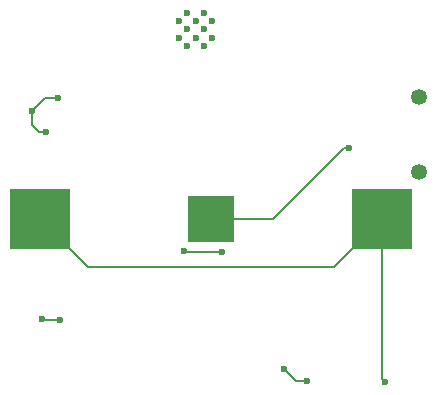
<source format=gbr>
%TF.GenerationSoftware,KiCad,Pcbnew,8.0.8-8.0.8-0~ubuntu24.04.1*%
%TF.CreationDate,2025-08-05T20:55:40-04:00*%
%TF.ProjectId,electronics,656c6563-7472-46f6-9e69-63732e6b6963,rev?*%
%TF.SameCoordinates,Original*%
%TF.FileFunction,Copper,L2,Bot*%
%TF.FilePolarity,Positive*%
%FSLAX46Y46*%
G04 Gerber Fmt 4.6, Leading zero omitted, Abs format (unit mm)*
G04 Created by KiCad (PCBNEW 8.0.8-8.0.8-0~ubuntu24.04.1) date 2025-08-05 20:55:40*
%MOMM*%
%LPD*%
G01*
G04 APERTURE LIST*
%TA.AperFunction,ComponentPad*%
%ADD10C,1.346200*%
%TD*%
%TA.AperFunction,HeatsinkPad*%
%ADD11C,0.600000*%
%TD*%
%TA.AperFunction,SMDPad,CuDef*%
%ADD12R,5.080000X5.080000*%
%TD*%
%TA.AperFunction,SMDPad,CuDef*%
%ADD13R,3.960000X3.960000*%
%TD*%
%TA.AperFunction,ViaPad*%
%ADD14C,0.600000*%
%TD*%
%TA.AperFunction,Conductor*%
%ADD15C,0.200000*%
%TD*%
G04 APERTURE END LIST*
D10*
%TO.P,SW1,6*%
%TO.N,N/C*%
X222404287Y-81190001D03*
%TO.P,SW1,5*%
X222404287Y-87489999D03*
%TD*%
D11*
%TO.P,U1,41,GND*%
%TO.N,GND*%
X202090000Y-74730000D03*
X202090000Y-76130000D03*
X202790000Y-74030000D03*
X202790000Y-75430000D03*
X202790000Y-76830000D03*
X203490000Y-74730000D03*
X203490000Y-76130000D03*
X204190000Y-74030000D03*
X204190000Y-75430000D03*
X204190000Y-76830000D03*
X204890000Y-74730000D03*
X204890000Y-76130000D03*
%TD*%
D12*
%TO.P,BT1,1,+*%
%TO.N,Net-(BT1-+)*%
X219285000Y-91510000D03*
X190355000Y-91510000D03*
D13*
%TO.P,BT1,2,-*%
%TO.N,Net-(BT1--)*%
X204820000Y-91510000D03*
%TD*%
D14*
%TO.N,GND*%
X192000000Y-100080000D03*
X190500000Y-99950000D03*
X210970000Y-104220000D03*
X212950000Y-105240000D03*
X191830000Y-81260000D03*
X189620000Y-82360000D03*
X190850000Y-84130000D03*
%TO.N,Net-(BT1-+)*%
X219500000Y-105300000D03*
%TO.N,/BZR*%
X202502984Y-94224926D03*
X205710000Y-94310000D03*
%TO.N,Net-(BT1--)*%
X216460000Y-85480000D03*
%TD*%
D15*
%TO.N,GND*%
X190500000Y-99950000D02*
X190630000Y-100080000D01*
X190630000Y-100080000D02*
X192000000Y-100080000D01*
X210970000Y-104220000D02*
X211990000Y-105240000D01*
X211990000Y-105240000D02*
X212950000Y-105240000D01*
X189620000Y-82360000D02*
X190720000Y-81260000D01*
X190720000Y-81260000D02*
X191830000Y-81260000D01*
X189620000Y-82360000D02*
X189620000Y-83540000D01*
X190210000Y-84130000D02*
X190850000Y-84130000D01*
X189620000Y-83540000D02*
X190210000Y-84130000D01*
%TO.N,Net-(BT1-+)*%
X219500000Y-105300000D02*
X219285000Y-105085000D01*
X219285000Y-105085000D02*
X219285000Y-91510000D01*
%TO.N,/BZR*%
X202620000Y-94310000D02*
X202530000Y-94220000D01*
X205710000Y-94310000D02*
X202620000Y-94310000D01*
%TO.N,Net-(BT1--)*%
X204820000Y-91510000D02*
X210020000Y-91510000D01*
X210020000Y-91510000D02*
X216050000Y-85480000D01*
X216050000Y-85480000D02*
X216460000Y-85480000D01*
%TO.N,Net-(BT1-+)*%
X190355000Y-91510000D02*
X194415000Y-95570000D01*
X194415000Y-95570000D02*
X215225000Y-95570000D01*
X215225000Y-95570000D02*
X219285000Y-91510000D01*
%TD*%
M02*

</source>
